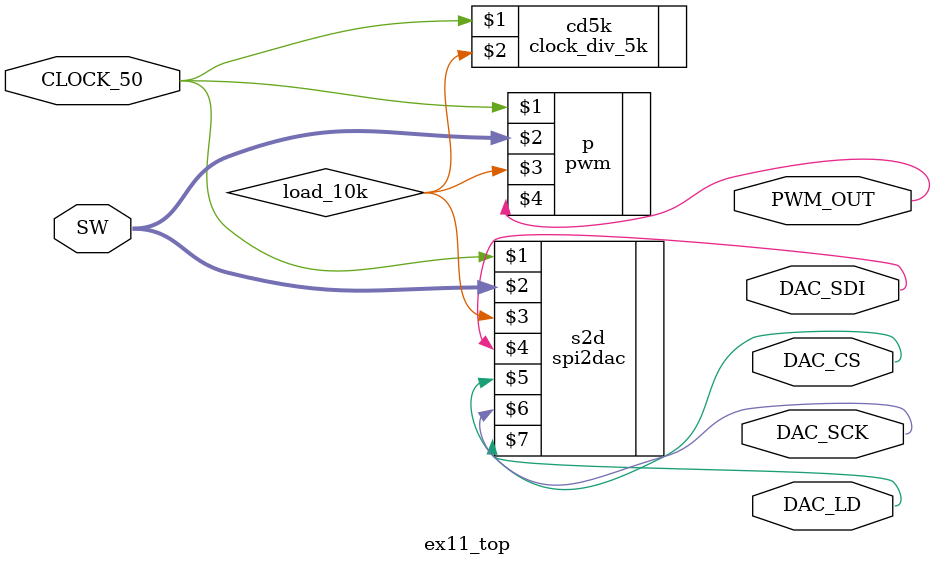
<source format=v>
module ex11_top(SW, CLOCK_50, DAC_CS, DAC_SDI, DAC_LD, DAC_SCK, PWM_OUT);
		input [9:0] SW;
		input CLOCK_50;
		output DAC_CS, DAC_SDI, DAC_LD, DAC_SCK, PWM_OUT;
		
		wire load_10k;
		wire [9:0] SW;
		wire DAC_CS, DAC_SDI, DAC_LD, DAC_SCK;
		
		clock_div_5k cd5k (CLOCK_50, load_10k);
		spi2dac s2d (CLOCK_50, SW[9:0], load_10k, DAC_SDI, DAC_CS, DAC_SCK, DAC_LD);
		pwm p (CLOCK_50, SW[9:0], load_10k, PWM_OUT);
endmodule

</source>
